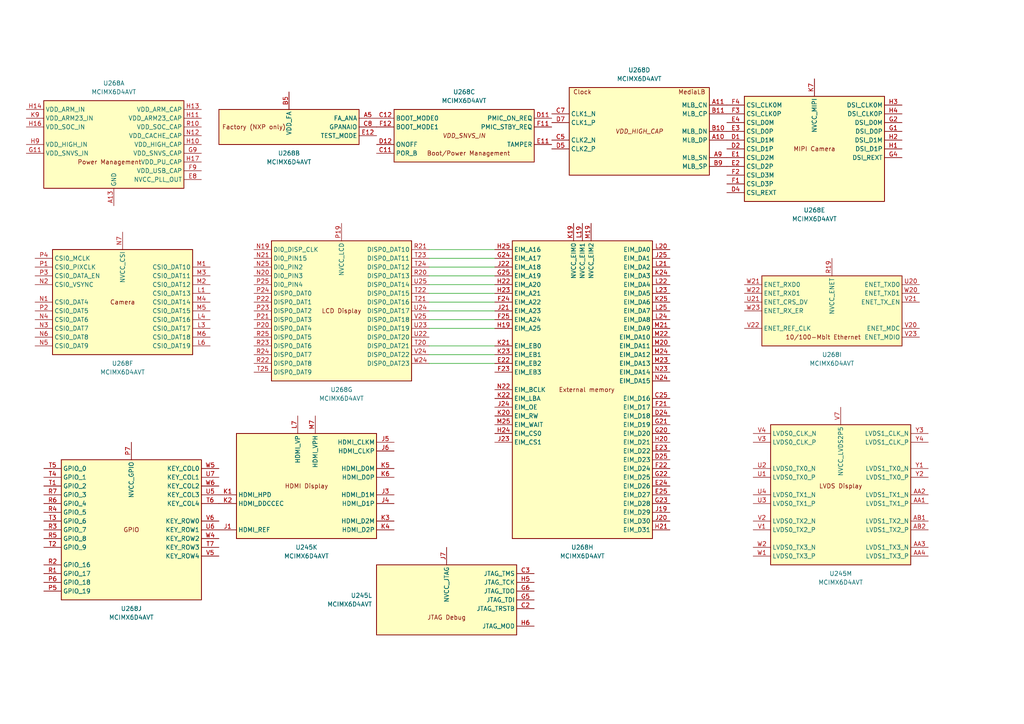
<source format=kicad_sch>
(kicad_sch (version 20250114) (generator "eeschema") (generator_version "9.0")
  (paper "A4")
  (wire (pts (xy 143.51 100.33) (xy 124.46 100.33)))
  (wire (pts (xy 143.51 82.55) (xy 124.46 82.55)))
  (wire (pts (xy 143.51 80.01) (xy 124.46 80.01)))
  (wire (pts (xy 143.51 102.87) (xy 124.46 102.87)))
  (wire (pts (xy 143.51 72.39) (xy 124.46 72.39)))
  (wire (pts (xy 143.51 92.71) (xy 124.46 92.71)))
  (wire (pts (xy 143.51 85.09) (xy 124.46 85.09)))
  (wire (pts (xy 143.51 90.17) (xy 124.46 90.17)))
  (wire (pts (xy 143.51 95.25) (xy 124.46 95.25)))
  (wire (pts (xy 143.51 87.63) (xy 124.46 87.63)))
  (wire (pts (xy 143.51 105.41) (xy 124.46 105.41)))
  (wire (pts (xy 143.51 74.93) (xy 124.46 74.93)))
  (wire (pts (xy 143.51 77.47) (xy 124.46 77.47)))
  (symbol (lib_id "CPU_NXP_IMX:MCIMX6D4AVT") (at 99.06 90.17 0) (unit 7)
    (property "Reference" "U268" (at 99.06 113.03 0))
    (property "Value" "MCIMX6D4AVT" (at 99.06 115.57 0))
    (property "Footprint" "Package_BGA:BGA-624_21x21mm_Layout25x25_P0.8mm" (effects (hide yes)))
    (property "Datasheet" "https://www.nxp.com/docs/en/data-sheet/IMX6DQAEC.pdf" (effects (hide yes)))
    (property "Description" "i.MX 6Dual Automotive and Infotainment Application Processor, BGA-624" (effects (hide yes)))
  )
  (symbol (lib_id "CPU_NXP_IMX:MCIMX6D4AVT") (at 38.1 153.67 0) (unit 10)
    (property "Reference" "U268" (at 38.1 176.53 0))
    (property "Value" "MCIMX6D4AVT" (at 38.1 179.07 0))
    (property "Footprint" "Package_BGA:BGA-624_21x21mm_Layout25x25_P0.8mm" (effects (hide yes)))
    (property "Datasheet" "https://www.nxp.com/docs/en/data-sheet/IMX6DQAEC.pdf" (effects (hide yes)))
    (property "Description" "i.MX 6Dual Automotive and Infotainment Application Processor, BGA-624" (effects (hide yes)))
  )
  (symbol (lib_id "CPU_NXP_IMX:MCIMX6D4AVT") (at 168.91 113.03 0) (unit 8)
    (property "Reference" "U268" (at 168.91 158.75 0))
    (property "Value" "MCIMX6D4AVT" (at 168.91 161.29 0))
    (property "Footprint" "Package_BGA:BGA-624_21x21mm_Layout25x25_P0.8mm" (effects (hide yes)))
    (property "Datasheet" "https://www.nxp.com/docs/en/data-sheet/IMX6DQAEC.pdf" (effects (hide yes)))
    (property "Description" "i.MX 6Dual Automotive and Infotainment Application Processor, BGA-624" (effects (hide yes)))
  )
  (symbol (lib_id "CPU_NXP_IMX:MCIMX6D4AVT") (at 243.84 143.51 0) (unit 13)
    (property "Reference" "U245" (at 243.84 166.37 0))
    (property "Value" "MCIMX6D4AVT" (at 243.84 168.91 0))
    (property "Footprint" "Package_BGA:BGA-624_21x21mm_Layout25x25_P0.8mm" (effects (hide yes)))
    (property "Datasheet" "https://www.nxp.com/docs/en/data-sheet/IMX6DQAEC.pdf" (effects (hide yes)))
    (property "Description" "i.MX 6Dual Automotive and Infotainment Application Processor, BGA-624" (effects (hide yes)))
  )
  (symbol (lib_id "CPU_NXP_IMX:MCIMX6D4AVT") (at 88.9 140.97 0) (unit 11)
    (property "Reference" "U245" (at 88.9 158.75 0))
    (property "Value" "MCIMX6D4AVT" (at 88.9 161.29 0))
    (property "Footprint" "Package_BGA:BGA-624_21x21mm_Layout25x25_P0.8mm" (effects (hide yes)))
    (property "Datasheet" "https://www.nxp.com/docs/en/data-sheet/IMX6DQAEC.pdf" (effects (hide yes)))
    (property "Description" "i.MX 6Dual Automotive and Infotainment Application Processor, BGA-624" (effects (hide yes)))
  )
  (symbol (lib_id "CPU_NXP_IMX:MCIMX6D4AVT") (at 35.56 87.63 0) (unit 6)
    (property "Reference" "U268" (at 35.56 105.41 0))
    (property "Value" "MCIMX6D4AVT" (at 35.56 107.95 0))
    (property "Footprint" "Package_BGA:BGA-624_21x21mm_Layout25x25_P0.8mm" (effects (hide yes)))
    (property "Datasheet" "https://www.nxp.com/docs/en/data-sheet/IMX6DQAEC.pdf" (effects (hide yes)))
    (property "Description" "i.MX 6Dual Automotive and Infotainment Application Processor, BGA-624" (effects (hide yes)))
  )
  (symbol (lib_id "CPU_NXP_IMX:MCIMX6D4AVT") (at 236.22 43.18 0) (unit 5)
    (property "Reference" "U268" (at 236.22 60.96 0))
    (property "Value" "MCIMX6D4AVT" (at 236.22 63.5 0))
    (property "Footprint" "Package_BGA:BGA-624_21x21mm_Layout25x25_P0.8mm" (effects (hide yes)))
    (property "Datasheet" "https://www.nxp.com/docs/en/data-sheet/IMX6DQAEC.pdf" (effects (hide yes)))
    (property "Description" "i.MX 6Dual Automotive and Infotainment Application Processor, BGA-624" (effects (hide yes)))
  )
  (symbol (lib_id "CPU_NXP_IMX:MCIMX6D4AVT") (at 33.02 41.91 0) (unit 1)
    (property "Reference" "U268" (at 33.02 24.13 0))
    (property "Value" "MCIMX6D4AVT" (at 33.02 26.67 0))
    (property "Footprint" "Package_BGA:BGA-624_21x21mm_Layout25x25_P0.8mm" (effects (hide yes)))
    (property "Datasheet" "https://www.nxp.com/docs/en/data-sheet/IMX6DQAEC.pdf" (effects (hide yes)))
    (property "Description" "i.MX 6Dual Automotive and Infotainment Application Processor, BGA-624" (effects (hide yes)))
  )
  (symbol (lib_id "CPU_NXP_IMX:MCIMX6D4AVT") (at 83.82 36.83 0) (unit 2)
    (property "Reference" "U268" (at 83.82 44.45 0))
    (property "Value" "MCIMX6D4AVT" (at 83.82 46.99 0))
    (property "Footprint" "Package_BGA:BGA-624_21x21mm_Layout25x25_P0.8mm" (effects (hide yes)))
    (property "Datasheet" "https://www.nxp.com/docs/en/data-sheet/IMX6DQAEC.pdf" (effects (hide yes)))
    (property "Description" "i.MX 6Dual Automotive and Infotainment Application Processor, BGA-624" (effects (hide yes)))
  )
  (symbol (lib_id "CPU_NXP_IMX:MCIMX6D4AVT") (at 134.62 39.37 0) (unit 3)
    (property "Reference" "U268" (at 134.62 26.67 0))
    (property "Value" "MCIMX6D4AVT" (at 134.62 29.21 0))
    (property "Footprint" "Package_BGA:BGA-624_21x21mm_Layout25x25_P0.8mm" (effects (hide yes)))
    (property "Datasheet" "https://www.nxp.com/docs/en/data-sheet/IMX6DQAEC.pdf" (effects (hide yes)))
    (property "Description" "i.MX 6Dual Automotive and Infotainment Application Processor, BGA-624" (effects (hide yes)))
  )
  (symbol (lib_id "CPU_NXP_IMX:MCIMX6D4AVT") (at 241.3 90.17 0) (unit 9)
    (property "Reference" "U268" (at 241.3 102.87 0))
    (property "Value" "MCIMX6D4AVT" (at 241.3 105.41 0))
    (property "Footprint" "Package_BGA:BGA-624_21x21mm_Layout25x25_P0.8mm" (effects (hide yes)))
    (property "Datasheet" "https://www.nxp.com/docs/en/data-sheet/IMX6DQAEC.pdf" (effects (hide yes)))
    (property "Description" "i.MX 6Dual Automotive and Infotainment Application Processor, BGA-624" (effects (hide yes)))
  )
  (symbol (lib_id "CPU_NXP_IMX:MCIMX6D4AVT") (at 185.42 38.1 0) (unit 4)
    (property "Reference" "U268" (at 185.42 20.32 0))
    (property "Value" "MCIMX6D4AVT" (at 185.42 22.86 0))
    (property "Footprint" "Package_BGA:BGA-624_21x21mm_Layout25x25_P0.8mm" (effects (hide yes)))
    (property "Datasheet" "https://www.nxp.com/docs/en/data-sheet/IMX6DQAEC.pdf" (effects (hide yes)))
    (property "Description" "i.MX 6Dual Automotive and Infotainment Application Processor, BGA-624" (effects (hide yes)))
  )
  (symbol (lib_id "CPU_NXP_IMX:MCIMX6D4AVT") (at 129.54 173.99 0) (unit 12)
    (property "Reference" "U245" (at 107.95 172.7199 0) (effects (justify right)))
    (property "Value" "MCIMX6D4AVT" (at 107.95 175.2599 0) (effects (justify right)))
    (property "Footprint" "Package_BGA:BGA-624_21x21mm_Layout25x25_P0.8mm" (effects (hide yes)))
    (property "Datasheet" "https://www.nxp.com/docs/en/data-sheet/IMX6DQAEC.pdf" (effects (hide yes)))
    (property "Description" "i.MX 6Dual Automotive and Infotainment Application Processor, BGA-624" (effects (hide yes)))
  )
)
</source>
